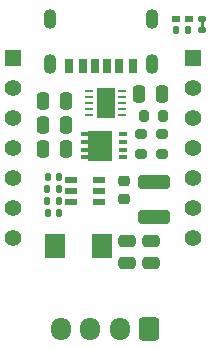
<source format=gbr>
%TF.GenerationSoftware,KiCad,Pcbnew,8.0.8*%
%TF.CreationDate,2025-03-31T15:02:32-07:00*%
%TF.ProjectId,stoplight,73746f70-6c69-4676-9874-2e6b69636164,0.1*%
%TF.SameCoordinates,Original*%
%TF.FileFunction,Soldermask,Top*%
%TF.FilePolarity,Negative*%
%FSLAX46Y46*%
G04 Gerber Fmt 4.6, Leading zero omitted, Abs format (unit mm)*
G04 Created by KiCad (PCBNEW 8.0.8) date 2025-03-31 15:02:32*
%MOMM*%
%LPD*%
G01*
G04 APERTURE LIST*
G04 Aperture macros list*
%AMRoundRect*
0 Rectangle with rounded corners*
0 $1 Rounding radius*
0 $2 $3 $4 $5 $6 $7 $8 $9 X,Y pos of 4 corners*
0 Add a 4 corners polygon primitive as box body*
4,1,4,$2,$3,$4,$5,$6,$7,$8,$9,$2,$3,0*
0 Add four circle primitives for the rounded corners*
1,1,$1+$1,$2,$3*
1,1,$1+$1,$4,$5*
1,1,$1+$1,$6,$7*
1,1,$1+$1,$8,$9*
0 Add four rect primitives between the rounded corners*
20,1,$1+$1,$2,$3,$4,$5,0*
20,1,$1+$1,$4,$5,$6,$7,0*
20,1,$1+$1,$6,$7,$8,$9,0*
20,1,$1+$1,$8,$9,$2,$3,0*%
G04 Aperture macros list end*
%ADD10C,0.000000*%
%ADD11R,0.660000X0.280000*%
%ADD12R,1.500000X2.500000*%
%ADD13RoundRect,0.200000X0.275000X-0.200000X0.275000X0.200000X-0.275000X0.200000X-0.275000X-0.200000X0*%
%ADD14RoundRect,0.250000X-1.100000X0.325000X-1.100000X-0.325000X1.100000X-0.325000X1.100000X0.325000X0*%
%ADD15RoundRect,0.140000X-0.140000X-0.170000X0.140000X-0.170000X0.140000X0.170000X-0.140000X0.170000X0*%
%ADD16RoundRect,0.135000X0.135000X0.185000X-0.135000X0.185000X-0.135000X-0.185000X0.135000X-0.185000X0*%
%ADD17RoundRect,0.140000X0.170000X-0.140000X0.170000X0.140000X-0.170000X0.140000X-0.170000X-0.140000X0*%
%ADD18RoundRect,0.250000X0.250000X0.475000X-0.250000X0.475000X-0.250000X-0.475000X0.250000X-0.475000X0*%
%ADD19RoundRect,0.250000X-0.250000X-0.475000X0.250000X-0.475000X0.250000X0.475000X-0.250000X0.475000X0*%
%ADD20R,1.070000X0.530000*%
%ADD21RoundRect,0.250000X0.600000X0.725000X-0.600000X0.725000X-0.600000X-0.725000X0.600000X-0.725000X0*%
%ADD22O,1.700000X1.950000*%
%ADD23R,1.400000X1.400000*%
%ADD24C,1.400000*%
%ADD25R,0.800000X0.400000*%
%ADD26R,2.000000X2.600000*%
%ADD27R,1.800000X2.000000*%
%ADD28RoundRect,0.135000X-0.135000X-0.185000X0.135000X-0.185000X0.135000X0.185000X-0.135000X0.185000X0*%
%ADD29RoundRect,0.225000X0.250000X-0.225000X0.250000X0.225000X-0.250000X0.225000X-0.250000X-0.225000X0*%
%ADD30R,0.640000X0.540000*%
%ADD31RoundRect,0.200000X0.200000X0.275000X-0.200000X0.275000X-0.200000X-0.275000X0.200000X-0.275000X0*%
%ADD32RoundRect,0.140000X0.140000X0.170000X-0.140000X0.170000X-0.140000X-0.170000X0.140000X-0.170000X0*%
%ADD33RoundRect,0.200000X-0.275000X0.200000X-0.275000X-0.200000X0.275000X-0.200000X0.275000X0.200000X0*%
%ADD34RoundRect,0.250000X-0.475000X0.250000X-0.475000X-0.250000X0.475000X-0.250000X0.475000X0.250000X0*%
%ADD35O,1.100000X1.700000*%
%ADD36R,0.700000X1.200000*%
%ADD37R,0.800000X1.200000*%
G04 APERTURE END LIST*
D10*
%TO.C,JP1*%
G36*
X158650000Y-68750000D02*
G01*
X158350000Y-68750000D01*
X158350000Y-68250000D01*
X158650000Y-68250000D01*
X158650000Y-68750000D01*
G37*
%TD*%
D11*
%TO.C,U1*%
X151718000Y-76173200D03*
X151718000Y-75673200D03*
X151718000Y-75173200D03*
X151718000Y-74673200D03*
X151718000Y-74173200D03*
X148898000Y-74173200D03*
X148898000Y-74673200D03*
X148898000Y-75173200D03*
X148898000Y-75673200D03*
X148898000Y-76173200D03*
D12*
X150308000Y-75173200D03*
%TD*%
D13*
%TO.C,R3*%
X153308400Y-79437800D03*
X153308400Y-77787800D03*
%TD*%
D14*
%TO.C,C12*%
X154422800Y-81811982D03*
X154422800Y-84761982D03*
%TD*%
D15*
%TO.C,C17*%
X145394400Y-81401200D03*
X146354400Y-81401200D03*
%TD*%
D16*
%TO.C,R16*%
X146384400Y-82417200D03*
X145364400Y-82417200D03*
%TD*%
D17*
%TO.C,JP1*%
X158500000Y-68980000D03*
X158500000Y-68020000D03*
%TD*%
D18*
%TO.C,C3*%
X146907600Y-77049700D03*
X145007600Y-77049700D03*
%TD*%
D19*
%TO.C,C2*%
X145007600Y-75017700D03*
X146907600Y-75017700D03*
%TD*%
D20*
%TO.C,U5*%
X149698400Y-83555200D03*
X149698400Y-82605200D03*
X149698400Y-81655200D03*
X147398400Y-81655200D03*
X147398400Y-82605200D03*
X147398400Y-83555200D03*
%TD*%
D21*
%TO.C,J1*%
X154000000Y-94300000D03*
D22*
X151500000Y-94300000D03*
X149000000Y-94300000D03*
X146500000Y-94300000D03*
%TD*%
D23*
%TO.C,H1*%
X142484800Y-71348982D03*
D24*
X142484800Y-73888982D03*
X142484800Y-76428982D03*
X142484800Y-78968982D03*
X142484800Y-81508982D03*
X142484800Y-84048982D03*
X142484800Y-86588982D03*
%TD*%
D25*
%TO.C,Q1*%
X151750000Y-79760000D03*
X151750000Y-79100000D03*
X151750000Y-78450000D03*
X151750000Y-77800000D03*
X148550000Y-77800000D03*
X148550000Y-78450000D03*
X148550000Y-79100000D03*
X148550000Y-79760000D03*
D26*
X149800000Y-78780000D03*
%TD*%
D27*
%TO.C,L2*%
X146033400Y-87243200D03*
X150033400Y-87243200D03*
%TD*%
D28*
%TO.C,R13*%
X156290000Y-69000000D03*
X157310000Y-69000000D03*
%TD*%
D29*
%TO.C,C13*%
X151882800Y-83299982D03*
X151882800Y-81749982D03*
%TD*%
D18*
%TO.C,C1*%
X155050800Y-74419800D03*
X153150800Y-74419800D03*
%TD*%
D30*
%TO.C,LED1*%
X156260000Y-68000000D03*
X157340000Y-68000000D03*
%TD*%
D31*
%TO.C,R1*%
X155164600Y-76287700D03*
X153514600Y-76287700D03*
%TD*%
D18*
%TO.C,C4*%
X146907600Y-79081700D03*
X145007600Y-79081700D03*
%TD*%
D23*
%TO.C,H2*%
X157724800Y-71348982D03*
D24*
X157724800Y-73888982D03*
X157724800Y-76428982D03*
X157724800Y-78968982D03*
X157724800Y-81508982D03*
X157724800Y-84048982D03*
X157724800Y-86588982D03*
%TD*%
D32*
%TO.C,C14*%
X146354400Y-84449200D03*
X145394400Y-84449200D03*
%TD*%
D33*
%TO.C,R2*%
X155086400Y-77787800D03*
X155086400Y-79437800D03*
%TD*%
D28*
%TO.C,R17*%
X145364400Y-83433200D03*
X146384400Y-83433200D03*
%TD*%
D34*
%TO.C,C15*%
X152097400Y-86801200D03*
X152097400Y-88701200D03*
%TD*%
D35*
%TO.C,USB1*%
X154240000Y-71810000D03*
X154240000Y-68000000D03*
X145600000Y-71810000D03*
X145600000Y-68000000D03*
D36*
X150420000Y-72060000D03*
X148420000Y-72060000D03*
D37*
X147220000Y-72060000D03*
D36*
X149420000Y-72060000D03*
X151420000Y-72060000D03*
D37*
X152620000Y-72060000D03*
%TD*%
D34*
%TO.C,C16*%
X154129400Y-86801200D03*
X154129400Y-88701200D03*
%TD*%
M02*

</source>
